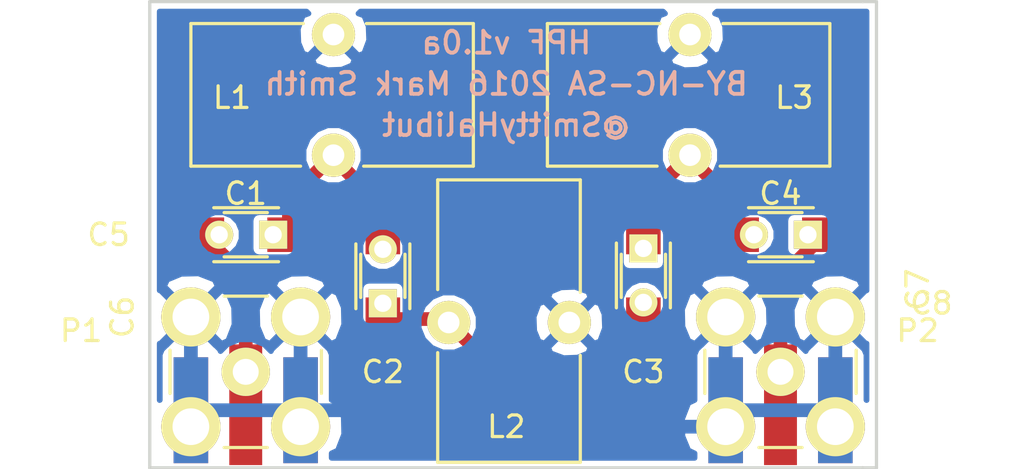
<source format=kicad_pcb>
(kicad_pcb (version 4) (host pcbnew 4.0.4+e1-6308~48~ubuntu16.04.1-stable)

  (general
    (links 36)
    (no_connects 0)
    (area 109.195 90.094999 156.774763 111.835001)
    (thickness 1.6)
    (drawings 9)
    (tracks 31)
    (zones 0)
    (modules 13)
    (nets 7)
  )

  (page A4)
  (layers
    (0 F.Cu signal)
    (31 B.Cu signal)
    (32 B.Adhes user)
    (33 F.Adhes user)
    (34 B.Paste user)
    (35 F.Paste user)
    (36 B.SilkS user)
    (37 F.SilkS user)
    (38 B.Mask user)
    (39 F.Mask user)
    (40 Dwgs.User user)
    (41 Cmts.User user)
    (42 Eco1.User user)
    (43 Eco2.User user)
    (44 Edge.Cuts user)
    (45 Margin user)
    (46 B.CrtYd user)
    (47 F.CrtYd user)
    (48 B.Fab user)
    (49 F.Fab user)
  )

  (setup
    (last_trace_width 0.635)
    (trace_clearance 0.2)
    (zone_clearance 0.254)
    (zone_45_only no)
    (trace_min 0.2)
    (segment_width 0.2)
    (edge_width 0.15)
    (via_size 0.6)
    (via_drill 0.4)
    (via_min_size 0.4)
    (via_min_drill 0.3)
    (uvia_size 0.3)
    (uvia_drill 0.1)
    (uvias_allowed no)
    (uvia_min_size 0)
    (uvia_min_drill 0)
    (pcb_text_width 0.3)
    (pcb_text_size 1.5 1.5)
    (mod_edge_width 0.15)
    (mod_text_size 1 1)
    (mod_text_width 0.15)
    (pad_size 1.524 1.524)
    (pad_drill 0.762)
    (pad_to_mask_clearance 0.2)
    (aux_axis_origin 0 0)
    (visible_elements FFFFFF7F)
    (pcbplotparams
      (layerselection 0x00030_80000001)
      (usegerberextensions false)
      (excludeedgelayer true)
      (linewidth 0.100000)
      (plotframeref false)
      (viasonmask false)
      (mode 1)
      (useauxorigin false)
      (hpglpennumber 1)
      (hpglpenspeed 20)
      (hpglpendiameter 15)
      (hpglpenoverlay 2)
      (psnegative false)
      (psa4output false)
      (plotreference true)
      (plotvalue true)
      (plotinvisibletext false)
      (padsonsilk false)
      (subtractmaskfromsilk false)
      (outputformat 1)
      (mirror false)
      (drillshape 1)
      (scaleselection 1)
      (outputdirectory ""))
  )

  (net 0 "")
  (net 1 "Net-(C1-Pad1)")
  (net 2 "Net-(C1-Pad2)")
  (net 3 "Net-(C2-Pad1)")
  (net 4 "Net-(C3-Pad1)")
  (net 5 "Net-(C4-Pad1)")
  (net 6 GND)

  (net_class Default "This is the default net class."
    (clearance 0.2)
    (trace_width 0.635)
    (via_dia 0.6)
    (via_drill 0.4)
    (uvia_dia 0.3)
    (uvia_drill 0.1)
    (add_net GND)
    (add_net "Net-(C1-Pad1)")
    (add_net "Net-(C1-Pad2)")
    (add_net "Net-(C2-Pad1)")
    (add_net "Net-(C3-Pad1)")
    (add_net "Net-(C4-Pad1)")
  )

  (module Capacitors_SMD:C_1206_HandSoldering (layer F.Cu) (tedit 57ECB639) (tstamp 57ECAFB0)
    (at 120.65 100.965 180)
    (descr "Capacitor SMD 1206, hand soldering")
    (tags "capacitor 1206")
    (path /57ECB369)
    (attr smd)
    (fp_text reference C1 (at 0 1.905 180) (layer F.SilkS)
      (effects (font (size 1 1) (thickness 0.15)))
    )
    (fp_text value C_Small (at 8.255 3.175 180) (layer F.Fab)
      (effects (font (size 1 1) (thickness 0.15)))
    )
    (fp_line (start -3.3 -1.15) (end 3.3 -1.15) (layer F.CrtYd) (width 0.05))
    (fp_line (start -3.3 1.15) (end 3.3 1.15) (layer F.CrtYd) (width 0.05))
    (fp_line (start -3.3 -1.15) (end -3.3 1.15) (layer F.CrtYd) (width 0.05))
    (fp_line (start 3.3 -1.15) (end 3.3 1.15) (layer F.CrtYd) (width 0.05))
    (fp_line (start 1 -1.025) (end -1 -1.025) (layer F.SilkS) (width 0.15))
    (fp_line (start -1 1.025) (end 1 1.025) (layer F.SilkS) (width 0.15))
    (pad 1 smd rect (at -2 0 180) (size 2 1.6) (layers F.Cu F.Paste F.Mask)
      (net 1 "Net-(C1-Pad1)"))
    (pad 2 smd rect (at 2 0 180) (size 2 1.6) (layers F.Cu F.Paste F.Mask)
      (net 2 "Net-(C1-Pad2)"))
    (model Capacitors_SMD.3dshapes/C_1206_HandSoldering.wrl
      (at (xyz 0 0 0))
      (scale (xyz 1 1 1))
      (rotate (xyz 0 0 0))
    )
  )

  (module Capacitors_SMD:C_1206_HandSoldering (layer F.Cu) (tedit 57ECB62E) (tstamp 57ECAFB6)
    (at 127 102.87 90)
    (descr "Capacitor SMD 1206, hand soldering")
    (tags "capacitor 1206")
    (path /57ECB39D)
    (attr smd)
    (fp_text reference C2 (at -4.445 0 180) (layer F.SilkS)
      (effects (font (size 1 1) (thickness 0.15)))
    )
    (fp_text value C_Small (at -2.54 -12.7 90) (layer F.Fab)
      (effects (font (size 1 1) (thickness 0.15)))
    )
    (fp_line (start -3.3 -1.15) (end 3.3 -1.15) (layer F.CrtYd) (width 0.05))
    (fp_line (start -3.3 1.15) (end 3.3 1.15) (layer F.CrtYd) (width 0.05))
    (fp_line (start -3.3 -1.15) (end -3.3 1.15) (layer F.CrtYd) (width 0.05))
    (fp_line (start 3.3 -1.15) (end 3.3 1.15) (layer F.CrtYd) (width 0.05))
    (fp_line (start 1 -1.025) (end -1 -1.025) (layer F.SilkS) (width 0.15))
    (fp_line (start -1 1.025) (end 1 1.025) (layer F.SilkS) (width 0.15))
    (pad 1 smd rect (at -2 0 90) (size 2 1.6) (layers F.Cu F.Paste F.Mask)
      (net 3 "Net-(C2-Pad1)"))
    (pad 2 smd rect (at 2 0 90) (size 2 1.6) (layers F.Cu F.Paste F.Mask)
      (net 1 "Net-(C1-Pad1)"))
    (model Capacitors_SMD.3dshapes/C_1206_HandSoldering.wrl
      (at (xyz 0 0 0))
      (scale (xyz 1 1 1))
      (rotate (xyz 0 0 0))
    )
  )

  (module Capacitors_SMD:C_1206_HandSoldering (layer F.Cu) (tedit 57ECB62B) (tstamp 57ECAFBC)
    (at 139.065 102.87 270)
    (descr "Capacitor SMD 1206, hand soldering")
    (tags "capacitor 1206")
    (path /57ECB3D4)
    (attr smd)
    (fp_text reference C3 (at 4.445 0 360) (layer F.SilkS)
      (effects (font (size 1 1) (thickness 0.15)))
    )
    (fp_text value C_Small (at 0 -12.065 270) (layer F.Fab)
      (effects (font (size 1 1) (thickness 0.15)))
    )
    (fp_line (start -3.3 -1.15) (end 3.3 -1.15) (layer F.CrtYd) (width 0.05))
    (fp_line (start -3.3 1.15) (end 3.3 1.15) (layer F.CrtYd) (width 0.05))
    (fp_line (start -3.3 -1.15) (end -3.3 1.15) (layer F.CrtYd) (width 0.05))
    (fp_line (start 3.3 -1.15) (end 3.3 1.15) (layer F.CrtYd) (width 0.05))
    (fp_line (start 1 -1.025) (end -1 -1.025) (layer F.SilkS) (width 0.15))
    (fp_line (start -1 1.025) (end 1 1.025) (layer F.SilkS) (width 0.15))
    (pad 1 smd rect (at -2 0 270) (size 2 1.6) (layers F.Cu F.Paste F.Mask)
      (net 4 "Net-(C3-Pad1)"))
    (pad 2 smd rect (at 2 0 270) (size 2 1.6) (layers F.Cu F.Paste F.Mask)
      (net 3 "Net-(C2-Pad1)"))
    (model Capacitors_SMD.3dshapes/C_1206_HandSoldering.wrl
      (at (xyz 0 0 0))
      (scale (xyz 1 1 1))
      (rotate (xyz 0 0 0))
    )
  )

  (module Capacitors_SMD:C_1206_HandSoldering (layer F.Cu) (tedit 57ECB637) (tstamp 57ECAFC2)
    (at 145.415 100.965 180)
    (descr "Capacitor SMD 1206, hand soldering")
    (tags "capacitor 1206")
    (path /57ECB412)
    (attr smd)
    (fp_text reference C4 (at 0 1.905 180) (layer F.SilkS)
      (effects (font (size 1 1) (thickness 0.15)))
    )
    (fp_text value C_Small (at -7.62 2.54 180) (layer F.Fab)
      (effects (font (size 1 1) (thickness 0.15)))
    )
    (fp_line (start -3.3 -1.15) (end 3.3 -1.15) (layer F.CrtYd) (width 0.05))
    (fp_line (start -3.3 1.15) (end 3.3 1.15) (layer F.CrtYd) (width 0.05))
    (fp_line (start -3.3 -1.15) (end -3.3 1.15) (layer F.CrtYd) (width 0.05))
    (fp_line (start 3.3 -1.15) (end 3.3 1.15) (layer F.CrtYd) (width 0.05))
    (fp_line (start 1 -1.025) (end -1 -1.025) (layer F.SilkS) (width 0.15))
    (fp_line (start -1 1.025) (end 1 1.025) (layer F.SilkS) (width 0.15))
    (pad 1 smd rect (at -2 0 180) (size 2 1.6) (layers F.Cu F.Paste F.Mask)
      (net 5 "Net-(C4-Pad1)"))
    (pad 2 smd rect (at 2 0 180) (size 2 1.6) (layers F.Cu F.Paste F.Mask)
      (net 4 "Net-(C3-Pad1)"))
    (model Capacitors_SMD.3dshapes/C_1206_HandSoldering.wrl
      (at (xyz 0 0 0))
      (scale (xyz 1 1 1))
      (rotate (xyz 0 0 0))
    )
  )

  (module Capacitors_ThroughHole:C_Disc_D3_P2.5 (layer F.Cu) (tedit 57ECB615) (tstamp 57ECAFC8)
    (at 121.92 100.965 180)
    (descr "Capacitor 3mm Disc, Pitch 2.5mm")
    (tags Capacitor)
    (path /57ECAB8C)
    (fp_text reference C5 (at 7.62 0 180) (layer F.SilkS)
      (effects (font (size 1 1) (thickness 0.15)))
    )
    (fp_text value C_Small (at 9.525 1.27 180) (layer F.Fab)
      (effects (font (size 1 1) (thickness 0.15)))
    )
    (fp_line (start -0.9 -1.5) (end 3.4 -1.5) (layer F.CrtYd) (width 0.05))
    (fp_line (start 3.4 -1.5) (end 3.4 1.5) (layer F.CrtYd) (width 0.05))
    (fp_line (start 3.4 1.5) (end -0.9 1.5) (layer F.CrtYd) (width 0.05))
    (fp_line (start -0.9 1.5) (end -0.9 -1.5) (layer F.CrtYd) (width 0.05))
    (fp_line (start -0.25 -1.25) (end 2.75 -1.25) (layer F.SilkS) (width 0.15))
    (fp_line (start 2.75 1.25) (end -0.25 1.25) (layer F.SilkS) (width 0.15))
    (pad 1 thru_hole rect (at 0 0 180) (size 1.3 1.3) (drill 0.8) (layers *.Cu *.Mask F.SilkS)
      (net 1 "Net-(C1-Pad1)"))
    (pad 2 thru_hole circle (at 2.5 0 180) (size 1.3 1.3) (drill 0.8001) (layers *.Cu *.Mask F.SilkS)
      (net 2 "Net-(C1-Pad2)"))
    (model Capacitors_ThroughHole.3dshapes/C_Disc_D3_P2.5.wrl
      (at (xyz 0.0492126 0 0))
      (scale (xyz 1 1 1))
      (rotate (xyz 0 0 0))
    )
  )

  (module Capacitors_ThroughHole:C_Disc_D3_P2.5 (layer F.Cu) (tedit 57ECB625) (tstamp 57ECAFCE)
    (at 127 104.14 90)
    (descr "Capacitor 3mm Disc, Pitch 2.5mm")
    (tags Capacitor)
    (path /57ECABB2)
    (fp_text reference C6 (at -0.635 -12.065 90) (layer F.SilkS)
      (effects (font (size 1 1) (thickness 0.15)))
    )
    (fp_text value C_Small (at -0.635 -12.065 90) (layer F.Fab)
      (effects (font (size 1 1) (thickness 0.15)))
    )
    (fp_line (start -0.9 -1.5) (end 3.4 -1.5) (layer F.CrtYd) (width 0.05))
    (fp_line (start 3.4 -1.5) (end 3.4 1.5) (layer F.CrtYd) (width 0.05))
    (fp_line (start 3.4 1.5) (end -0.9 1.5) (layer F.CrtYd) (width 0.05))
    (fp_line (start -0.9 1.5) (end -0.9 -1.5) (layer F.CrtYd) (width 0.05))
    (fp_line (start -0.25 -1.25) (end 2.75 -1.25) (layer F.SilkS) (width 0.15))
    (fp_line (start 2.75 1.25) (end -0.25 1.25) (layer F.SilkS) (width 0.15))
    (pad 1 thru_hole rect (at 0 0 90) (size 1.3 1.3) (drill 0.8) (layers *.Cu *.Mask F.SilkS)
      (net 3 "Net-(C2-Pad1)"))
    (pad 2 thru_hole circle (at 2.5 0 90) (size 1.3 1.3) (drill 0.8001) (layers *.Cu *.Mask F.SilkS)
      (net 1 "Net-(C1-Pad1)"))
    (model Capacitors_ThroughHole.3dshapes/C_Disc_D3_P2.5.wrl
      (at (xyz 0.0492126 0 0))
      (scale (xyz 1 1 1))
      (rotate (xyz 0 0 0))
    )
  )

  (module Capacitors_ThroughHole:C_Disc_D3_P2.5 (layer F.Cu) (tedit 57ECB630) (tstamp 57ECAFD4)
    (at 139.065 101.6 270)
    (descr "Capacitor 3mm Disc, Pitch 2.5mm")
    (tags Capacitor)
    (path /57ECABDA)
    (fp_text reference C7 (at 1.905 -12.7 270) (layer F.SilkS)
      (effects (font (size 1 1) (thickness 0.15)))
    )
    (fp_text value C_Small (at 0.635 -12.065 270) (layer F.Fab)
      (effects (font (size 1 1) (thickness 0.15)))
    )
    (fp_line (start -0.9 -1.5) (end 3.4 -1.5) (layer F.CrtYd) (width 0.05))
    (fp_line (start 3.4 -1.5) (end 3.4 1.5) (layer F.CrtYd) (width 0.05))
    (fp_line (start 3.4 1.5) (end -0.9 1.5) (layer F.CrtYd) (width 0.05))
    (fp_line (start -0.9 1.5) (end -0.9 -1.5) (layer F.CrtYd) (width 0.05))
    (fp_line (start -0.25 -1.25) (end 2.75 -1.25) (layer F.SilkS) (width 0.15))
    (fp_line (start 2.75 1.25) (end -0.25 1.25) (layer F.SilkS) (width 0.15))
    (pad 1 thru_hole rect (at 0 0 270) (size 1.3 1.3) (drill 0.8) (layers *.Cu *.Mask F.SilkS)
      (net 4 "Net-(C3-Pad1)"))
    (pad 2 thru_hole circle (at 2.5 0 270) (size 1.3 1.3) (drill 0.8001) (layers *.Cu *.Mask F.SilkS)
      (net 3 "Net-(C2-Pad1)"))
    (model Capacitors_ThroughHole.3dshapes/C_Disc_D3_P2.5.wrl
      (at (xyz 0.0492126 0 0))
      (scale (xyz 1 1 1))
      (rotate (xyz 0 0 0))
    )
  )

  (module Capacitors_ThroughHole:C_Disc_D3_P2.5 (layer F.Cu) (tedit 57ECB63E) (tstamp 57ECAFDA)
    (at 146.685 100.965 180)
    (descr "Capacitor 3mm Disc, Pitch 2.5mm")
    (tags Capacitor)
    (path /57ECAC07)
    (fp_text reference C8 (at -5.715 -3.175 180) (layer F.SilkS)
      (effects (font (size 1 1) (thickness 0.15)))
    )
    (fp_text value C_Small (at -6.35 1.905 180) (layer F.Fab)
      (effects (font (size 1 1) (thickness 0.15)))
    )
    (fp_line (start -0.9 -1.5) (end 3.4 -1.5) (layer F.CrtYd) (width 0.05))
    (fp_line (start 3.4 -1.5) (end 3.4 1.5) (layer F.CrtYd) (width 0.05))
    (fp_line (start 3.4 1.5) (end -0.9 1.5) (layer F.CrtYd) (width 0.05))
    (fp_line (start -0.9 1.5) (end -0.9 -1.5) (layer F.CrtYd) (width 0.05))
    (fp_line (start -0.25 -1.25) (end 2.75 -1.25) (layer F.SilkS) (width 0.15))
    (fp_line (start 2.75 1.25) (end -0.25 1.25) (layer F.SilkS) (width 0.15))
    (pad 1 thru_hole rect (at 0 0 180) (size 1.3 1.3) (drill 0.8) (layers *.Cu *.Mask F.SilkS)
      (net 5 "Net-(C4-Pad1)"))
    (pad 2 thru_hole circle (at 2.5 0 180) (size 1.3 1.3) (drill 0.8001) (layers *.Cu *.Mask F.SilkS)
      (net 4 "Net-(C3-Pad1)"))
    (model Capacitors_ThroughHole.3dshapes/C_Disc_D3_P2.5.wrl
      (at (xyz 0.0492126 0 0))
      (scale (xyz 1 1 1))
      (rotate (xyz 0 0 0))
    )
  )

  (module Choke_Toroid_ThroughHole:Choke_Toroid_6,5x13mm_Vertical (layer F.Cu) (tedit 57ECB5ED) (tstamp 57ECB044)
    (at 118.11 97.79)
    (descr "Toroid, Coil, Choke,  6,5mm x 13mm, Vertical, Inductor, Drossel, Thruhole,")
    (tags "Toroid, Coil, Choke,  6,5mm x 13mm, Vertical, Inductor, Drossel, Thruhole,")
    (path /57ECAC35)
    (fp_text reference L1 (at 1.905 -3.175) (layer F.SilkS)
      (effects (font (size 1 1) (thickness 0.15)))
    )
    (fp_text value L_Small (at -5.715 3.175) (layer F.Fab)
      (effects (font (size 1 1) (thickness 0.15)))
    )
    (fp_line (start 0 -6.604) (end 5.207 -6.604) (layer F.SilkS) (width 0.15))
    (fp_line (start 13.081 -6.604) (end 8.128 -6.604) (layer F.SilkS) (width 0.15))
    (fp_line (start 0 0) (end 5.08 0) (layer F.SilkS) (width 0.15))
    (fp_line (start 13.081 0) (end 8.001 0) (layer F.SilkS) (width 0.15))
    (fp_line (start 13.081 0) (end 13.081 -6.604) (layer F.SilkS) (width 0.15))
    (fp_line (start 0 -6.604) (end 0 0) (layer F.SilkS) (width 0.15))
    (pad 1 thru_hole circle (at 6.604 -0.508) (size 1.99898 1.99898) (drill 1.00076) (layers *.Cu *.Mask F.SilkS)
      (net 1 "Net-(C1-Pad1)"))
    (pad 2 thru_hole circle (at 6.604 -6.096) (size 1.99898 1.99898) (drill 1.00076) (layers *.Cu *.Mask F.SilkS)
      (net 6 GND))
  )

  (module Choke_Toroid_ThroughHole:Choke_Toroid_6,5x13mm_Vertical (layer F.Cu) (tedit 57ECB5F4) (tstamp 57ECB04A)
    (at 129.54 98.425 270)
    (descr "Toroid, Coil, Choke,  6,5mm x 13mm, Vertical, Inductor, Drossel, Thruhole,")
    (tags "Toroid, Coil, Choke,  6,5mm x 13mm, Vertical, Inductor, Drossel, Thruhole,")
    (path /57ECAC69)
    (fp_text reference L2 (at 11.43 -3.175 360) (layer F.SilkS)
      (effects (font (size 1 1) (thickness 0.15)))
    )
    (fp_text value L_Small (at 8.255 16.51 270) (layer F.Fab)
      (effects (font (size 1 1) (thickness 0.15)))
    )
    (fp_line (start 0 -6.604) (end 5.207 -6.604) (layer F.SilkS) (width 0.15))
    (fp_line (start 13.081 -6.604) (end 8.128 -6.604) (layer F.SilkS) (width 0.15))
    (fp_line (start 0 0) (end 5.08 0) (layer F.SilkS) (width 0.15))
    (fp_line (start 13.081 0) (end 8.001 0) (layer F.SilkS) (width 0.15))
    (fp_line (start 13.081 0) (end 13.081 -6.604) (layer F.SilkS) (width 0.15))
    (fp_line (start 0 -6.604) (end 0 0) (layer F.SilkS) (width 0.15))
    (pad 1 thru_hole circle (at 6.604 -0.508 270) (size 1.99898 1.99898) (drill 1.00076) (layers *.Cu *.Mask F.SilkS)
      (net 3 "Net-(C2-Pad1)"))
    (pad 2 thru_hole circle (at 6.604 -6.096 270) (size 1.99898 1.99898) (drill 1.00076) (layers *.Cu *.Mask F.SilkS)
      (net 6 GND))
  )

  (module Choke_Toroid_ThroughHole:Choke_Toroid_6,5x13mm_Vertical (layer F.Cu) (tedit 57ECB60A) (tstamp 57ECB050)
    (at 134.62 97.79)
    (descr "Toroid, Coil, Choke,  6,5mm x 13mm, Vertical, Inductor, Drossel, Thruhole,")
    (tags "Toroid, Coil, Choke,  6,5mm x 13mm, Vertical, Inductor, Drossel, Thruhole,")
    (path /57ECAC9D)
    (fp_text reference L3 (at 11.43 -3.175) (layer F.SilkS)
      (effects (font (size 1 1) (thickness 0.15)))
    )
    (fp_text value L_Small (at 19.05 3.175) (layer F.Fab)
      (effects (font (size 1 1) (thickness 0.15)))
    )
    (fp_line (start 0 -6.604) (end 5.207 -6.604) (layer F.SilkS) (width 0.15))
    (fp_line (start 13.081 -6.604) (end 8.128 -6.604) (layer F.SilkS) (width 0.15))
    (fp_line (start 0 0) (end 5.08 0) (layer F.SilkS) (width 0.15))
    (fp_line (start 13.081 0) (end 8.001 0) (layer F.SilkS) (width 0.15))
    (fp_line (start 13.081 0) (end 13.081 -6.604) (layer F.SilkS) (width 0.15))
    (fp_line (start 0 -6.604) (end 0 0) (layer F.SilkS) (width 0.15))
    (pad 1 thru_hole circle (at 6.604 -0.508) (size 1.99898 1.99898) (drill 1.00076) (layers *.Cu *.Mask F.SilkS)
      (net 4 "Net-(C3-Pad1)"))
    (pad 2 thru_hole circle (at 6.604 -6.096) (size 1.99898 1.99898) (drill 1.00076) (layers *.Cu *.Mask F.SilkS)
      (net 6 GND))
  )

  (module Libraries:SMA_Vertical_Or_Edge (layer F.Cu) (tedit 57ECB7F9) (tstamp 57ECBA92)
    (at 120.65 107.315)
    (descr "SMB pcb mounting jack")
    (tags "SMB Jack  Striaght")
    (path /57ECA9B2)
    (fp_text reference P1 (at -7.62 -1.905) (layer F.SilkS)
      (effects (font (size 1 1) (thickness 0.15)))
    )
    (fp_text value BNC (at -6.985 -4.445) (layer F.Fab)
      (effects (font (size 1 1) (thickness 0.15)))
    )
    (fp_line (start -4.25 -4.25) (end 4.25 -4.25) (layer B.CrtYd) (width 0.05))
    (fp_line (start 4.25 -4.25) (end 4.25 4.25) (layer B.CrtYd) (width 0.05))
    (fp_line (start 4.25 4.25) (end -4.25 4.25) (layer B.CrtYd) (width 0.05))
    (fp_line (start -4.25 4.25) (end -4.25 -4.25) (layer B.CrtYd) (width 0.05))
    (fp_line (start 4.25 4.25) (end -4.25 4.25) (layer F.CrtYd) (width 0.05))
    (fp_line (start -4.25 4.25) (end -4.25 -4.25) (layer F.CrtYd) (width 0.05))
    (fp_line (start 4.25 -4.25) (end 4.25 4.25) (layer F.CrtYd) (width 0.05))
    (fp_line (start -4.25 -4.25) (end 4.25 -4.25) (layer F.CrtYd) (width 0.05))
    (fp_line (start -1 -3.5052) (end 1 -3.5052) (layer F.SilkS) (width 0.15))
    (fp_line (start 3.5052 -1) (end 3.5052 1) (layer F.SilkS) (width 0.15))
    (fp_line (start 1 3.5052) (end -1 3.5052) (layer F.SilkS) (width 0.15))
    (fp_line (start -3.5052 1) (end -3.5052 -1) (layer F.SilkS) (width 0.15))
    (pad 2 thru_hole circle (at -2.54 2.54) (size 2.74 2.74) (drill 1.7) (layers *.Cu *.Mask F.SilkS)
      (net 6 GND))
    (pad 2 smd rect (at 2.54 1.778) (size 1.6002 4.9022) (layers B.Cu B.Paste B.Mask)
      (net 6 GND))
    (pad 2 thru_hole circle (at 2.54 2.54) (size 2.74 2.74) (drill 1.7) (layers *.Cu *.Mask F.SilkS)
      (net 6 GND))
    (pad 2 thru_hole circle (at 2.54 -2.54) (size 2.74 2.74) (drill 1.7) (layers *.Cu *.Mask F.SilkS)
      (net 6 GND))
    (pad 2 thru_hole circle (at -2.54 -2.54) (size 2.74 2.74) (drill 1.7) (layers *.Cu *.Mask F.SilkS)
      (net 6 GND))
    (pad 1 thru_hole circle (at 0 0) (size 2.24 2.24) (drill 1.2) (layers *.Cu *.Mask F.SilkS)
      (net 2 "Net-(C1-Pad2)"))
    (pad 1 smd rect (at 0 1.524) (size 1.524 5.588) (layers F.Cu F.Paste F.Mask)
      (net 2 "Net-(C1-Pad2)"))
    (pad 2 smd rect (at -2.54 1.778) (size 1.6002 4.9022) (layers F.Cu F.Paste F.Mask)
      (net 6 GND))
    (pad 2 smd rect (at 2.54 1.778) (size 1.6002 4.9022) (layers F.Cu F.Paste F.Mask)
      (net 6 GND))
    (pad 2 smd rect (at -2.54 1.778) (size 1.6002 4.9022) (layers B.Cu B.Paste B.Mask)
      (net 6 GND))
    (model Connect.3dshapes/SMB_Straight.wrl
      (at (xyz 0 0 0))
      (scale (xyz 1 1 1))
      (rotate (xyz 0 0 0))
    )
  )

  (module Libraries:SMA_Vertical_Or_Edge (layer F.Cu) (tedit 57ECB7F7) (tstamp 57ECBAAC)
    (at 145.415 107.315)
    (descr "SMB pcb mounting jack")
    (tags "SMB Jack  Striaght")
    (path /57ECAA44)
    (fp_text reference P2 (at 6.35 -1.905) (layer F.SilkS)
      (effects (font (size 1 1) (thickness 0.15)))
    )
    (fp_text value BNC (at 6.35 -3.175) (layer F.Fab)
      (effects (font (size 1 1) (thickness 0.15)))
    )
    (fp_line (start -4.25 -4.25) (end 4.25 -4.25) (layer B.CrtYd) (width 0.05))
    (fp_line (start 4.25 -4.25) (end 4.25 4.25) (layer B.CrtYd) (width 0.05))
    (fp_line (start 4.25 4.25) (end -4.25 4.25) (layer B.CrtYd) (width 0.05))
    (fp_line (start -4.25 4.25) (end -4.25 -4.25) (layer B.CrtYd) (width 0.05))
    (fp_line (start 4.25 4.25) (end -4.25 4.25) (layer F.CrtYd) (width 0.05))
    (fp_line (start -4.25 4.25) (end -4.25 -4.25) (layer F.CrtYd) (width 0.05))
    (fp_line (start 4.25 -4.25) (end 4.25 4.25) (layer F.CrtYd) (width 0.05))
    (fp_line (start -4.25 -4.25) (end 4.25 -4.25) (layer F.CrtYd) (width 0.05))
    (fp_line (start -1 -3.5052) (end 1 -3.5052) (layer F.SilkS) (width 0.15))
    (fp_line (start 3.5052 -1) (end 3.5052 1) (layer F.SilkS) (width 0.15))
    (fp_line (start 1 3.5052) (end -1 3.5052) (layer F.SilkS) (width 0.15))
    (fp_line (start -3.5052 1) (end -3.5052 -1) (layer F.SilkS) (width 0.15))
    (pad 2 thru_hole circle (at -2.54 2.54) (size 2.74 2.74) (drill 1.7) (layers *.Cu *.Mask F.SilkS)
      (net 6 GND))
    (pad 2 smd rect (at 2.54 1.778) (size 1.6002 4.9022) (layers B.Cu B.Paste B.Mask)
      (net 6 GND))
    (pad 2 thru_hole circle (at 2.54 2.54) (size 2.74 2.74) (drill 1.7) (layers *.Cu *.Mask F.SilkS)
      (net 6 GND))
    (pad 2 thru_hole circle (at 2.54 -2.54) (size 2.74 2.74) (drill 1.7) (layers *.Cu *.Mask F.SilkS)
      (net 6 GND))
    (pad 2 thru_hole circle (at -2.54 -2.54) (size 2.74 2.74) (drill 1.7) (layers *.Cu *.Mask F.SilkS)
      (net 6 GND))
    (pad 1 thru_hole circle (at 0 0) (size 2.24 2.24) (drill 1.2) (layers *.Cu *.Mask F.SilkS)
      (net 5 "Net-(C4-Pad1)"))
    (pad 1 smd rect (at 0 1.524) (size 1.524 5.588) (layers F.Cu F.Paste F.Mask)
      (net 5 "Net-(C4-Pad1)"))
    (pad 2 smd rect (at -2.54 1.778) (size 1.6002 4.9022) (layers F.Cu F.Paste F.Mask)
      (net 6 GND))
    (pad 2 smd rect (at 2.54 1.778) (size 1.6002 4.9022) (layers F.Cu F.Paste F.Mask)
      (net 6 GND))
    (pad 2 smd rect (at -2.54 1.778) (size 1.6002 4.9022) (layers B.Cu B.Paste B.Mask)
      (net 6 GND))
    (model Connect.3dshapes/SMB_Straight.wrl
      (at (xyz 0 0 0))
      (scale (xyz 1 1 1))
      (rotate (xyz 0 0 0))
    )
  )

  (gr_text @SmittyHalibut (at 132.715 95.885) (layer B.SilkS)
    (effects (font (size 1.016 1.016) (thickness 0.1778)) (justify mirror))
  )
  (gr_text "HPF v1.0a" (at 132.715 92.075) (layer B.SilkS)
    (effects (font (size 1.016 1.016) (thickness 0.1778)) (justify mirror))
  )
  (gr_text "BY-NC-SA 2016 Mark Smith" (at 132.715 93.98) (layer B.SilkS)
    (effects (font (size 1.016 1.016) (thickness 0.1778)) (justify mirror))
  )
  (gr_line (start 149.225 111.76) (end 149.86 111.76) (angle 90) (layer Edge.Cuts) (width 0.15))
  (gr_line (start 149.225 90.17) (end 149.86 90.17) (angle 90) (layer Edge.Cuts) (width 0.15))
  (gr_line (start 149.86 90.17) (end 149.86 111.76) (angle 90) (layer Edge.Cuts) (width 0.15))
  (gr_line (start 116.205 90.17) (end 149.225 90.17) (angle 90) (layer Edge.Cuts) (width 0.15))
  (gr_line (start 116.205 111.76) (end 116.205 90.17) (angle 90) (layer Edge.Cuts) (width 0.15))
  (gr_line (start 149.225 111.76) (end 116.205 111.76) (angle 90) (layer Edge.Cuts) (width 0.15))

  (segment (start 122.65 100.965) (end 122.65 99.346) (width 0.635) (layer F.Cu) (net 1))
  (segment (start 122.65 99.346) (end 124.714 97.282) (width 0.635) (layer F.Cu) (net 1) (tstamp 57ECB382))
  (segment (start 124.714 97.282) (end 124.714 97.409) (width 0.635) (layer F.Cu) (net 1) (tstamp 57ECB383))
  (segment (start 124.714 97.409) (end 127 99.695) (width 0.635) (layer F.Cu) (net 1) (tstamp 57ECB384))
  (segment (start 127 99.695) (end 127 100.87) (width 0.635) (layer F.Cu) (net 1) (tstamp 57ECB385))
  (segment (start 120.65 107.315) (end 120.65 102.965) (width 0.635) (layer F.Cu) (net 2))
  (segment (start 120.65 102.965) (end 118.65 100.965) (width 0.635) (layer F.Cu) (net 2) (tstamp 57ECB37F))
  (segment (start 127 104.87) (end 129.889 104.87) (width 0.635) (layer F.Cu) (net 3))
  (segment (start 129.889 104.87) (end 132.334 107.315) (width 0.635) (layer F.Cu) (net 3) (tstamp 57ECB388))
  (segment (start 132.334 107.315) (end 136.62 107.315) (width 0.635) (layer F.Cu) (net 3) (tstamp 57ECB389))
  (segment (start 136.62 107.315) (end 139.065 104.87) (width 0.635) (layer F.Cu) (net 3) (tstamp 57ECB38A))
  (segment (start 139.065 100.87) (end 139.065 99.441) (width 0.635) (layer F.Cu) (net 4))
  (segment (start 139.065 99.441) (end 141.224 97.282) (width 0.635) (layer F.Cu) (net 4) (tstamp 57ECB38D))
  (segment (start 141.224 97.282) (end 141.224 97.409) (width 0.635) (layer F.Cu) (net 4) (tstamp 57ECB38E))
  (segment (start 141.224 97.409) (end 143.415 99.6) (width 0.635) (layer F.Cu) (net 4) (tstamp 57ECB38F))
  (segment (start 143.415 99.6) (end 143.415 100.965) (width 0.635) (layer F.Cu) (net 4) (tstamp 57ECB392))
  (segment (start 145.415 107.315) (end 145.415 102.965) (width 0.635) (layer F.Cu) (net 5))
  (segment (start 145.415 102.965) (end 147.415 100.965) (width 0.635) (layer F.Cu) (net 5) (tstamp 57ECB3A0))
  (segment (start 147.955 109.093) (end 143.637 109.093) (width 0.635) (layer B.Cu) (net 6))
  (segment (start 143.637 109.093) (end 142.875 109.855) (width 0.635) (layer B.Cu) (net 6) (tstamp 57ECB4A0))
  (segment (start 142.875 109.855) (end 140.335 109.855) (width 0.635) (layer B.Cu) (net 6))
  (segment (start 140.335 109.855) (end 139.7 109.855) (width 0.635) (layer B.Cu) (net 6) (tstamp 57ECB46A))
  (segment (start 147.955 104.775) (end 147.955 109.093) (width 0.635) (layer B.Cu) (net 6))
  (segment (start 142.875 104.775) (end 142.875 109.093) (width 0.635) (layer B.Cu) (net 6))
  (segment (start 142.875 109.093) (end 142.875 109.855) (width 0.635) (layer B.Cu) (net 6) (tstamp 57ECB37C))
  (segment (start 123.19 109.093) (end 118.872 109.093) (width 0.635) (layer B.Cu) (net 6))
  (segment (start 118.872 109.093) (end 118.11 109.855) (width 0.635) (layer B.Cu) (net 6) (tstamp 57ECB49A))
  (segment (start 123.19 109.093) (end 125.603 109.093) (width 0.635) (layer B.Cu) (net 6))
  (segment (start 125.603 109.093) (end 125.73 109.22) (width 0.635) (layer B.Cu) (net 6) (tstamp 57ECB464))
  (segment (start 123.19 104.775) (end 123.19 109.093) (width 0.635) (layer B.Cu) (net 6))
  (segment (start 118.11 104.775) (end 118.11 109.855) (width 0.635) (layer B.Cu) (net 6))

  (zone (net 6) (net_name GND) (layer B.Cu) (tstamp 57ECB376) (hatch edge 0.508)
    (connect_pads (clearance 0.254))
    (min_thickness 0.254)
    (fill yes (arc_segments 16) (thermal_gap 0.508) (thermal_bridge_width 0.508))
    (polygon
      (pts
        (xy 116.205 90.17) (xy 149.86 90.17) (xy 149.86 111.76) (xy 116.205 111.76)
      )
    )
    (filled_polygon
      (pts
        (xy 123.561836 90.721444) (xy 123.295035 90.820042) (xy 123.068599 91.429582) (xy 123.092659 92.079377) (xy 123.295035 92.567958)
        (xy 123.561837 92.666557) (xy 124.534395 91.694) (xy 124.520252 91.679858) (xy 124.699858 91.500252) (xy 124.714 91.514395)
        (xy 124.728142 91.500252) (xy 124.907748 91.679858) (xy 124.893605 91.694) (xy 125.866163 92.666557) (xy 126.132965 92.567958)
        (xy 126.359401 91.958418) (xy 126.335341 91.308623) (xy 126.132965 90.820042) (xy 125.866164 90.721444) (xy 125.961608 90.626)
        (xy 139.976392 90.626) (xy 140.071836 90.721444) (xy 139.805035 90.820042) (xy 139.578599 91.429582) (xy 139.602659 92.079377)
        (xy 139.805035 92.567958) (xy 140.071837 92.666557) (xy 141.044395 91.694) (xy 141.030252 91.679858) (xy 141.209858 91.500252)
        (xy 141.224 91.514395) (xy 141.238142 91.500252) (xy 141.417748 91.679858) (xy 141.403605 91.694) (xy 142.376163 92.666557)
        (xy 142.642965 92.567958) (xy 142.869401 91.958418) (xy 142.845341 91.308623) (xy 142.642965 90.820042) (xy 142.376164 90.721444)
        (xy 142.471608 90.626) (xy 149.404 90.626) (xy 149.404 103.548209) (xy 149.375046 103.534559) (xy 148.134605 104.775)
        (xy 149.375046 106.015441) (xy 149.404 106.001791) (xy 149.404 108.628209) (xy 149.3901 108.621656) (xy 149.3901 106.51559)
        (xy 149.293427 106.282201) (xy 149.114798 106.103573) (xy 149.09631 106.095915) (xy 147.955 104.954605) (xy 146.81369 106.095915)
        (xy 146.795202 106.103573) (xy 146.616573 106.282201) (xy 146.58382 106.361273) (xy 146.266358 106.043256) (xy 145.714877 105.814261)
        (xy 145.117743 105.81374) (xy 144.565863 106.041772) (xy 144.24607 106.361008) (xy 144.213427 106.282201) (xy 144.034798 106.103573)
        (xy 144.01631 106.095915) (xy 142.875 104.954605) (xy 141.73369 106.095915) (xy 141.715202 106.103573) (xy 141.536573 106.282201)
        (xy 141.4399 106.51559) (xy 141.4399 108.621656) (xy 141.149688 108.758469) (xy 140.861395 109.502186) (xy 140.879656 110.299615)
        (xy 141.149688 110.951531) (xy 141.4399 111.088344) (xy 141.4399 111.304) (xy 124.6251 111.304) (xy 124.6251 111.088344)
        (xy 124.915312 110.951531) (xy 125.203605 110.207814) (xy 125.185344 109.410385) (xy 124.915312 108.758469) (xy 124.6251 108.621656)
        (xy 124.6251 106.51559) (xy 124.528427 106.282201) (xy 124.349798 106.103573) (xy 124.33131 106.095915) (xy 123.19 104.954605)
        (xy 122.04869 106.095915) (xy 122.030202 106.103573) (xy 121.851573 106.282201) (xy 121.81882 106.361273) (xy 121.501358 106.043256)
        (xy 120.949877 105.814261) (xy 120.352743 105.81374) (xy 119.800863 106.041772) (xy 119.48107 106.361008) (xy 119.448427 106.282201)
        (xy 119.269798 106.103573) (xy 119.25131 106.095915) (xy 118.11 104.954605) (xy 116.96869 106.095915) (xy 116.950202 106.103573)
        (xy 116.771573 106.282201) (xy 116.6749 106.51559) (xy 116.6749 108.621656) (xy 116.661 108.628209) (xy 116.661 106.001791)
        (xy 116.689954 106.015441) (xy 117.930395 104.775) (xy 118.289605 104.775) (xy 119.530046 106.015441) (xy 119.835312 105.871531)
        (xy 120.123605 105.127814) (xy 120.107447 104.422186) (xy 121.176395 104.422186) (xy 121.194656 105.219615) (xy 121.464688 105.871531)
        (xy 121.769954 106.015441) (xy 123.010395 104.775) (xy 123.369605 104.775) (xy 124.610046 106.015441) (xy 124.915312 105.871531)
        (xy 125.135931 105.302392) (xy 128.667271 105.302392) (xy 128.876995 105.809963) (xy 129.264994 106.19864) (xy 129.772199 106.409249)
        (xy 130.321392 106.409729) (xy 130.828963 106.200005) (xy 130.847837 106.181163) (xy 134.663443 106.181163) (xy 134.762042 106.447965)
        (xy 135.371582 106.674401) (xy 136.021377 106.650341) (xy 136.509958 106.447965) (xy 136.608557 106.181163) (xy 135.636 105.208605)
        (xy 134.663443 106.181163) (xy 130.847837 106.181163) (xy 131.21764 105.812006) (xy 131.428249 105.304801) (xy 131.428721 104.764582)
        (xy 133.990599 104.764582) (xy 134.014659 105.414377) (xy 134.217035 105.902958) (xy 134.483837 106.001557) (xy 135.456395 105.029)
        (xy 135.815605 105.029) (xy 136.788163 106.001557) (xy 137.054965 105.902958) (xy 137.281401 105.293418) (xy 137.257341 104.643623)
        (xy 137.11674 104.304179) (xy 138.033822 104.304179) (xy 138.190451 104.683251) (xy 138.480223 104.973529) (xy 138.859022 105.13082)
        (xy 139.269179 105.131178) (xy 139.648251 104.974549) (xy 139.938529 104.684777) (xy 140.047566 104.422186) (xy 140.861395 104.422186)
        (xy 140.879656 105.219615) (xy 141.149688 105.871531) (xy 141.454954 106.015441) (xy 142.695395 104.775) (xy 143.054605 104.775)
        (xy 144.295046 106.015441) (xy 144.600312 105.871531) (xy 144.888605 105.127814) (xy 144.872447 104.422186) (xy 145.941395 104.422186)
        (xy 145.959656 105.219615) (xy 146.229688 105.871531) (xy 146.534954 106.015441) (xy 147.775395 104.775) (xy 146.534954 103.534559)
        (xy 146.229688 103.678469) (xy 145.941395 104.422186) (xy 144.872447 104.422186) (xy 144.870344 104.330385) (xy 144.600312 103.678469)
        (xy 144.295046 103.534559) (xy 143.054605 104.775) (xy 142.695395 104.775) (xy 141.454954 103.534559) (xy 141.149688 103.678469)
        (xy 140.861395 104.422186) (xy 140.047566 104.422186) (xy 140.09582 104.305978) (xy 140.096178 103.895821) (xy 139.939549 103.516749)
        (xy 139.778037 103.354954) (xy 141.634559 103.354954) (xy 142.875 104.595395) (xy 144.115441 103.354954) (xy 146.714559 103.354954)
        (xy 147.955 104.595395) (xy 149.195441 103.354954) (xy 149.051531 103.049688) (xy 148.307814 102.761395) (xy 147.510385 102.779656)
        (xy 146.858469 103.049688) (xy 146.714559 103.354954) (xy 144.115441 103.354954) (xy 143.971531 103.049688) (xy 143.227814 102.761395)
        (xy 142.430385 102.779656) (xy 141.778469 103.049688) (xy 141.634559 103.354954) (xy 139.778037 103.354954) (xy 139.649777 103.226471)
        (xy 139.270978 103.06918) (xy 138.860821 103.068822) (xy 138.481749 103.225451) (xy 138.191471 103.515223) (xy 138.03418 103.894022)
        (xy 138.033822 104.304179) (xy 137.11674 104.304179) (xy 137.054965 104.155042) (xy 136.788163 104.056443) (xy 135.815605 105.029)
        (xy 135.456395 105.029) (xy 134.483837 104.056443) (xy 134.217035 104.155042) (xy 133.990599 104.764582) (xy 131.428721 104.764582)
        (xy 131.428729 104.755608) (xy 131.219005 104.248037) (xy 130.848453 103.876837) (xy 134.663443 103.876837) (xy 135.636 104.849395)
        (xy 136.608557 103.876837) (xy 136.509958 103.610035) (xy 135.900418 103.383599) (xy 135.250623 103.407659) (xy 134.762042 103.610035)
        (xy 134.663443 103.876837) (xy 130.848453 103.876837) (xy 130.831006 103.85936) (xy 130.323801 103.648751) (xy 129.774608 103.648271)
        (xy 129.267037 103.857995) (xy 128.87836 104.245994) (xy 128.667751 104.753199) (xy 128.667271 105.302392) (xy 125.135931 105.302392)
        (xy 125.203605 105.127814) (xy 125.185344 104.330385) (xy 124.915312 103.678469) (xy 124.610046 103.534559) (xy 123.369605 104.775)
        (xy 123.010395 104.775) (xy 121.769954 103.534559) (xy 121.464688 103.678469) (xy 121.176395 104.422186) (xy 120.107447 104.422186)
        (xy 120.105344 104.330385) (xy 119.835312 103.678469) (xy 119.530046 103.534559) (xy 118.289605 104.775) (xy 117.930395 104.775)
        (xy 116.689954 103.534559) (xy 116.661 103.548209) (xy 116.661 103.354954) (xy 116.869559 103.354954) (xy 118.11 104.595395)
        (xy 119.350441 103.354954) (xy 121.949559 103.354954) (xy 123.19 104.595395) (xy 124.295395 103.49) (xy 125.961536 103.49)
        (xy 125.961536 104.79) (xy 125.988103 104.93119) (xy 126.071546 105.060865) (xy 126.198866 105.147859) (xy 126.35 105.178464)
        (xy 127.65 105.178464) (xy 127.79119 105.151897) (xy 127.920865 105.068454) (xy 128.007859 104.941134) (xy 128.038464 104.79)
        (xy 128.038464 103.49) (xy 128.011897 103.34881) (xy 127.928454 103.219135) (xy 127.801134 103.132141) (xy 127.65 103.101536)
        (xy 126.35 103.101536) (xy 126.20881 103.128103) (xy 126.079135 103.211546) (xy 125.992141 103.338866) (xy 125.961536 103.49)
        (xy 124.295395 103.49) (xy 124.430441 103.354954) (xy 124.286531 103.049688) (xy 123.542814 102.761395) (xy 122.745385 102.779656)
        (xy 122.093469 103.049688) (xy 121.949559 103.354954) (xy 119.350441 103.354954) (xy 119.206531 103.049688) (xy 118.462814 102.761395)
        (xy 117.665385 102.779656) (xy 117.013469 103.049688) (xy 116.869559 103.354954) (xy 116.661 103.354954) (xy 116.661 101.169179)
        (xy 118.388822 101.169179) (xy 118.545451 101.548251) (xy 118.835223 101.838529) (xy 119.214022 101.99582) (xy 119.624179 101.996178)
        (xy 120.003251 101.839549) (xy 120.293529 101.549777) (xy 120.45082 101.170978) (xy 120.451178 100.760821) (xy 120.294549 100.381749)
        (xy 120.227917 100.315) (xy 120.881536 100.315) (xy 120.881536 101.615) (xy 120.908103 101.75619) (xy 120.991546 101.885865)
        (xy 121.118866 101.972859) (xy 121.27 102.003464) (xy 122.57 102.003464) (xy 122.71119 101.976897) (xy 122.840865 101.893454)
        (xy 122.874533 101.844179) (xy 125.968822 101.844179) (xy 126.125451 102.223251) (xy 126.415223 102.513529) (xy 126.794022 102.67082)
        (xy 127.204179 102.671178) (xy 127.583251 102.514549) (xy 127.873529 102.224777) (xy 128.03082 101.845978) (xy 128.031178 101.435821)
        (xy 127.874549 101.056749) (xy 127.767987 100.95) (xy 138.026536 100.95) (xy 138.026536 102.25) (xy 138.053103 102.39119)
        (xy 138.136546 102.520865) (xy 138.263866 102.607859) (xy 138.415 102.638464) (xy 139.715 102.638464) (xy 139.85619 102.611897)
        (xy 139.985865 102.528454) (xy 140.072859 102.401134) (xy 140.103464 102.25) (xy 140.103464 101.169179) (xy 143.153822 101.169179)
        (xy 143.310451 101.548251) (xy 143.600223 101.838529) (xy 143.979022 101.99582) (xy 144.389179 101.996178) (xy 144.768251 101.839549)
        (xy 145.058529 101.549777) (xy 145.21582 101.170978) (xy 145.216178 100.760821) (xy 145.059549 100.381749) (xy 144.992917 100.315)
        (xy 145.646536 100.315) (xy 145.646536 101.615) (xy 145.673103 101.75619) (xy 145.756546 101.885865) (xy 145.883866 101.972859)
        (xy 146.035 102.003464) (xy 147.335 102.003464) (xy 147.47619 101.976897) (xy 147.605865 101.893454) (xy 147.692859 101.766134)
        (xy 147.723464 101.615) (xy 147.723464 100.315) (xy 147.696897 100.17381) (xy 147.613454 100.044135) (xy 147.486134 99.957141)
        (xy 147.335 99.926536) (xy 146.035 99.926536) (xy 145.89381 99.953103) (xy 145.764135 100.036546) (xy 145.677141 100.163866)
        (xy 145.646536 100.315) (xy 144.992917 100.315) (xy 144.769777 100.091471) (xy 144.390978 99.93418) (xy 143.980821 99.933822)
        (xy 143.601749 100.090451) (xy 143.311471 100.380223) (xy 143.15418 100.759022) (xy 143.153822 101.169179) (xy 140.103464 101.169179)
        (xy 140.103464 100.95) (xy 140.076897 100.80881) (xy 139.993454 100.679135) (xy 139.866134 100.592141) (xy 139.715 100.561536)
        (xy 138.415 100.561536) (xy 138.27381 100.588103) (xy 138.144135 100.671546) (xy 138.057141 100.798866) (xy 138.026536 100.95)
        (xy 127.767987 100.95) (xy 127.584777 100.766471) (xy 127.205978 100.60918) (xy 126.795821 100.608822) (xy 126.416749 100.765451)
        (xy 126.126471 101.055223) (xy 125.96918 101.434022) (xy 125.968822 101.844179) (xy 122.874533 101.844179) (xy 122.927859 101.766134)
        (xy 122.958464 101.615) (xy 122.958464 100.315) (xy 122.931897 100.17381) (xy 122.848454 100.044135) (xy 122.721134 99.957141)
        (xy 122.57 99.926536) (xy 121.27 99.926536) (xy 121.12881 99.953103) (xy 120.999135 100.036546) (xy 120.912141 100.163866)
        (xy 120.881536 100.315) (xy 120.227917 100.315) (xy 120.004777 100.091471) (xy 119.625978 99.93418) (xy 119.215821 99.933822)
        (xy 118.836749 100.090451) (xy 118.546471 100.380223) (xy 118.38918 100.759022) (xy 118.388822 101.169179) (xy 116.661 101.169179)
        (xy 116.661 97.555392) (xy 123.333271 97.555392) (xy 123.542995 98.062963) (xy 123.930994 98.45164) (xy 124.438199 98.662249)
        (xy 124.987392 98.662729) (xy 125.494963 98.453005) (xy 125.88364 98.065006) (xy 126.094249 97.557801) (xy 126.094251 97.555392)
        (xy 139.843271 97.555392) (xy 140.052995 98.062963) (xy 140.440994 98.45164) (xy 140.948199 98.662249) (xy 141.497392 98.662729)
        (xy 142.004963 98.453005) (xy 142.39364 98.065006) (xy 142.604249 97.557801) (xy 142.604729 97.008608) (xy 142.395005 96.501037)
        (xy 142.007006 96.11236) (xy 141.499801 95.901751) (xy 140.950608 95.901271) (xy 140.443037 96.110995) (xy 140.05436 96.498994)
        (xy 139.843751 97.006199) (xy 139.843271 97.555392) (xy 126.094251 97.555392) (xy 126.094729 97.008608) (xy 125.885005 96.501037)
        (xy 125.497006 96.11236) (xy 124.989801 95.901751) (xy 124.440608 95.901271) (xy 123.933037 96.110995) (xy 123.54436 96.498994)
        (xy 123.333751 97.006199) (xy 123.333271 97.555392) (xy 116.661 97.555392) (xy 116.661 92.846163) (xy 123.741443 92.846163)
        (xy 123.840042 93.112965) (xy 124.449582 93.339401) (xy 125.099377 93.315341) (xy 125.587958 93.112965) (xy 125.686557 92.846163)
        (xy 140.251443 92.846163) (xy 140.350042 93.112965) (xy 140.959582 93.339401) (xy 141.609377 93.315341) (xy 142.097958 93.112965)
        (xy 142.196557 92.846163) (xy 141.224 91.873605) (xy 140.251443 92.846163) (xy 125.686557 92.846163) (xy 124.714 91.873605)
        (xy 123.741443 92.846163) (xy 116.661 92.846163) (xy 116.661 90.626) (xy 123.466392 90.626)
      )
    )
  )
)

</source>
